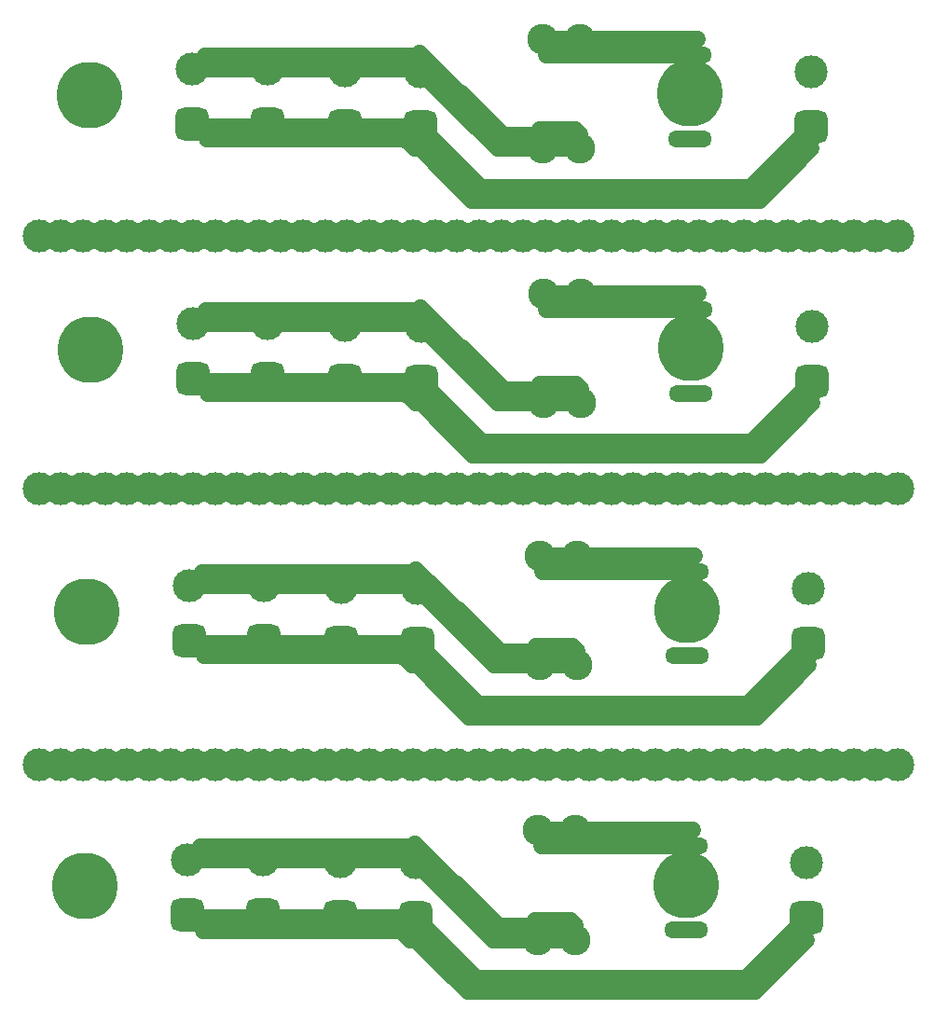
<source format=gbr>
%TF.GenerationSoftware,KiCad,Pcbnew,8.0.6*%
%TF.CreationDate,2024-11-20T17:21:20-05:00*%
%TF.ProjectId,RailsidePDB,5261696c-7369-4646-9550-44422e6b6963,rev?*%
%TF.SameCoordinates,Original*%
%TF.FileFunction,Copper,L2,Bot*%
%TF.FilePolarity,Positive*%
%FSLAX46Y46*%
G04 Gerber Fmt 4.6, Leading zero omitted, Abs format (unit mm)*
G04 Created by KiCad (PCBNEW 8.0.6) date 2024-11-20 17:21:20*
%MOMM*%
%LPD*%
G01*
G04 APERTURE LIST*
G04 Aperture macros list*
%AMRoundRect*
0 Rectangle with rounded corners*
0 $1 Rounding radius*
0 $2 $3 $4 $5 $6 $7 $8 $9 X,Y pos of 4 corners*
0 Add a 4 corners polygon primitive as box body*
4,1,4,$2,$3,$4,$5,$6,$7,$8,$9,$2,$3,0*
0 Add four circle primitives for the rounded corners*
1,1,$1+$1,$2,$3*
1,1,$1+$1,$4,$5*
1,1,$1+$1,$6,$7*
1,1,$1+$1,$8,$9*
0 Add four rect primitives between the rounded corners*
20,1,$1+$1,$2,$3,$4,$5,0*
20,1,$1+$1,$4,$5,$6,$7,0*
20,1,$1+$1,$6,$7,$8,$9,0*
20,1,$1+$1,$8,$9,$2,$3,0*%
G04 Aperture macros list end*
%TA.AperFunction,ComponentPad*%
%ADD10C,3.000000*%
%TD*%
%TA.AperFunction,ComponentPad*%
%ADD11RoundRect,0.750000X0.750000X-0.750000X0.750000X0.750000X-0.750000X0.750000X-0.750000X-0.750000X0*%
%TD*%
%TA.AperFunction,ComponentPad*%
%ADD12C,2.780000*%
%TD*%
%TA.AperFunction,ComponentPad*%
%ADD13O,6.000000X6.000000*%
%TD*%
%TA.AperFunction,ComponentPad*%
%ADD14O,4.000000X1.500000*%
%TD*%
%TA.AperFunction,Conductor*%
%ADD15C,1.500000*%
%TD*%
G04 APERTURE END LIST*
D10*
%TO.P,,2,-*%
%TO.N,Net-(BT4--)*%
X66000000Y-134000000D03*
%TD*%
%TO.P,,2,-*%
%TO.N,Net-(BT4--)*%
X84000000Y-134000000D03*
%TD*%
%TO.P,,2,-*%
%TO.N,Net-(BT4--)*%
X74000000Y-134000000D03*
%TD*%
%TO.P,,2,-*%
%TO.N,Net-(BT4--)*%
X60000000Y-134000000D03*
%TD*%
%TO.P,,2,-*%
%TO.N,Net-(BT4--)*%
X62000000Y-134000000D03*
%TD*%
%TO.P,,2,-*%
%TO.N,Net-(BT4--)*%
X94000000Y-134000000D03*
%TD*%
%TO.P,,2,-*%
%TO.N,Net-(BT4--)*%
X82000000Y-134000000D03*
%TD*%
%TO.P,,2,-*%
%TO.N,Net-(BT4--)*%
X88000000Y-134000000D03*
%TD*%
%TO.P,,2,-*%
%TO.N,Net-(BT4--)*%
X68000000Y-134000000D03*
%TD*%
%TO.P,,2,-*%
%TO.N,Net-(BT4--)*%
X72000000Y-134000000D03*
%TD*%
%TO.P,,2,-*%
%TO.N,Net-(BT4--)*%
X90000000Y-134000000D03*
%TD*%
%TO.P,,2,-*%
%TO.N,Net-(BT4--)*%
X96000000Y-134000000D03*
%TD*%
%TO.P,,2,-*%
%TO.N,Net-(BT4--)*%
X64000000Y-134000000D03*
%TD*%
%TO.P,,2,-*%
%TO.N,Net-(BT4--)*%
X70000000Y-134000000D03*
%TD*%
%TO.P,,2,-*%
%TO.N,Net-(BT4--)*%
X80000000Y-134000000D03*
%TD*%
%TO.P,,2,-*%
%TO.N,Net-(BT4--)*%
X58000000Y-134000000D03*
%TD*%
%TO.P,,2,-*%
%TO.N,Net-(BT4--)*%
X92000000Y-134000000D03*
%TD*%
%TO.P,,2,-*%
%TO.N,Net-(BT4--)*%
X122000000Y-134000000D03*
%TD*%
%TO.P,,2,-*%
%TO.N,Net-(BT4--)*%
X104000000Y-134000000D03*
%TD*%
%TO.P,,2,-*%
%TO.N,Net-(BT4--)*%
X108000000Y-134000000D03*
%TD*%
%TO.P,,2,-*%
%TO.N,Net-(BT4--)*%
X116000000Y-134000000D03*
%TD*%
%TO.P,,2,-*%
%TO.N,Net-(BT4--)*%
X128000000Y-134000000D03*
%TD*%
%TO.P,,2,-*%
%TO.N,Net-(BT4--)*%
X118000000Y-134000000D03*
%TD*%
%TO.P,,2,-*%
%TO.N,Net-(BT4--)*%
X102000000Y-134000000D03*
%TD*%
%TO.P,,2,-*%
%TO.N,Net-(BT4--)*%
X78000000Y-134000000D03*
%TD*%
%TO.P,,2,-*%
%TO.N,Net-(BT4--)*%
X126000000Y-134000000D03*
%TD*%
%TO.P,,2,-*%
%TO.N,Net-(BT4--)*%
X120000000Y-134000000D03*
%TD*%
%TO.P,,2,-*%
%TO.N,Net-(BT4--)*%
X114000000Y-134000000D03*
%TD*%
%TO.P,,2,-*%
%TO.N,Net-(BT4--)*%
X100000000Y-134000000D03*
%TD*%
%TO.P,,2,-*%
%TO.N,Net-(BT4--)*%
X86000000Y-134000000D03*
%TD*%
%TO.P,,2,-*%
%TO.N,Net-(BT4--)*%
X110000000Y-134000000D03*
%TD*%
%TO.P,,2,-*%
%TO.N,Net-(BT4--)*%
X112000000Y-134000000D03*
%TD*%
%TO.P,,2,-*%
%TO.N,Net-(BT4--)*%
X56000000Y-134000000D03*
%TD*%
%TO.P,,2,-*%
%TO.N,Net-(BT4--)*%
X98000000Y-134000000D03*
%TD*%
%TO.P,,2,-*%
%TO.N,Net-(BT4--)*%
X54000000Y-134000000D03*
%TD*%
%TO.P,,2,-*%
%TO.N,Net-(BT4--)*%
X106000000Y-134000000D03*
%TD*%
%TO.P,,2,-*%
%TO.N,Net-(BT4--)*%
X76000000Y-134000000D03*
%TD*%
%TO.P,,2,-*%
%TO.N,Net-(BT4--)*%
X124000000Y-134000000D03*
%TD*%
%TO.P,,2,-*%
%TO.N,Net-(BT4--)*%
X130000000Y-134000000D03*
%TD*%
%TO.P,,2,-*%
%TO.N,Net-(BT4--)*%
X52000000Y-134000000D03*
%TD*%
%TO.P,,2,-*%
%TO.N,Net-(BT4--)*%
X66000000Y-109000000D03*
%TD*%
%TO.P,,2,-*%
%TO.N,Net-(BT4--)*%
X84000000Y-109000000D03*
%TD*%
%TO.P,,2,-*%
%TO.N,Net-(BT4--)*%
X74000000Y-109000000D03*
%TD*%
%TO.P,,2,-*%
%TO.N,Net-(BT4--)*%
X60000000Y-109000000D03*
%TD*%
%TO.P,,2,-*%
%TO.N,Net-(BT4--)*%
X62000000Y-109000000D03*
%TD*%
%TO.P,,2,-*%
%TO.N,Net-(BT4--)*%
X94000000Y-109000000D03*
%TD*%
%TO.P,,2,-*%
%TO.N,Net-(BT4--)*%
X82000000Y-109000000D03*
%TD*%
%TO.P,,2,-*%
%TO.N,Net-(BT4--)*%
X88000000Y-109000000D03*
%TD*%
%TO.P,,2,-*%
%TO.N,Net-(BT4--)*%
X68000000Y-109000000D03*
%TD*%
%TO.P,,2,-*%
%TO.N,Net-(BT4--)*%
X72000000Y-109000000D03*
%TD*%
%TO.P,,2,-*%
%TO.N,Net-(BT4--)*%
X90000000Y-109000000D03*
%TD*%
%TO.P,,2,-*%
%TO.N,Net-(BT4--)*%
X96000000Y-109000000D03*
%TD*%
%TO.P,,2,-*%
%TO.N,Net-(BT4--)*%
X64000000Y-109000000D03*
%TD*%
%TO.P,,2,-*%
%TO.N,Net-(BT4--)*%
X70000000Y-109000000D03*
%TD*%
%TO.P,,2,-*%
%TO.N,Net-(BT4--)*%
X80000000Y-109000000D03*
%TD*%
%TO.P,,2,-*%
%TO.N,Net-(BT4--)*%
X58000000Y-109000000D03*
%TD*%
%TO.P,,2,-*%
%TO.N,Net-(BT4--)*%
X92000000Y-109000000D03*
%TD*%
%TO.P,,2,-*%
%TO.N,Net-(BT4--)*%
X122000000Y-109000000D03*
%TD*%
%TO.P,,2,-*%
%TO.N,Net-(BT4--)*%
X104000000Y-109000000D03*
%TD*%
%TO.P,,2,-*%
%TO.N,Net-(BT4--)*%
X108000000Y-109000000D03*
%TD*%
%TO.P,,2,-*%
%TO.N,Net-(BT4--)*%
X116000000Y-109000000D03*
%TD*%
%TO.P,,2,-*%
%TO.N,Net-(BT4--)*%
X128000000Y-109000000D03*
%TD*%
%TO.P,,2,-*%
%TO.N,Net-(BT4--)*%
X118000000Y-109000000D03*
%TD*%
%TO.P,,2,-*%
%TO.N,Net-(BT4--)*%
X102000000Y-109000000D03*
%TD*%
%TO.P,,2,-*%
%TO.N,Net-(BT4--)*%
X78000000Y-109000000D03*
%TD*%
%TO.P,,2,-*%
%TO.N,Net-(BT4--)*%
X126000000Y-109000000D03*
%TD*%
%TO.P,,2,-*%
%TO.N,Net-(BT4--)*%
X120000000Y-109000000D03*
%TD*%
%TO.P,,2,-*%
%TO.N,Net-(BT4--)*%
X114000000Y-109000000D03*
%TD*%
%TO.P,,2,-*%
%TO.N,Net-(BT4--)*%
X100000000Y-109000000D03*
%TD*%
%TO.P,,2,-*%
%TO.N,Net-(BT4--)*%
X86000000Y-109000000D03*
%TD*%
%TO.P,,2,-*%
%TO.N,Net-(BT4--)*%
X110000000Y-109000000D03*
%TD*%
%TO.P,,2,-*%
%TO.N,Net-(BT4--)*%
X112000000Y-109000000D03*
%TD*%
%TO.P,,2,-*%
%TO.N,Net-(BT4--)*%
X56000000Y-109000000D03*
%TD*%
%TO.P,,2,-*%
%TO.N,Net-(BT4--)*%
X98000000Y-109000000D03*
%TD*%
%TO.P,,2,-*%
%TO.N,Net-(BT4--)*%
X54000000Y-109000000D03*
%TD*%
%TO.P,,2,-*%
%TO.N,Net-(BT4--)*%
X106000000Y-109000000D03*
%TD*%
%TO.P,,2,-*%
%TO.N,Net-(BT4--)*%
X76000000Y-109000000D03*
%TD*%
%TO.P,,2,-*%
%TO.N,Net-(BT4--)*%
X124000000Y-109000000D03*
%TD*%
%TO.P,,2,-*%
%TO.N,Net-(BT4--)*%
X130000000Y-109000000D03*
%TD*%
%TO.P,,2,-*%
%TO.N,Net-(BT4--)*%
X52000000Y-109000000D03*
%TD*%
%TO.P,,2,-*%
%TO.N,Net-(BT4--)*%
X52000000Y-86000000D03*
%TD*%
%TO.P,,2,-*%
%TO.N,Net-(BT4--)*%
X130000000Y-86000000D03*
%TD*%
%TO.P,,2,-*%
%TO.N,Net-(BT4--)*%
X54000000Y-86000000D03*
%TD*%
%TO.P,,2,-*%
%TO.N,Net-(BT4--)*%
X56000000Y-86000000D03*
%TD*%
%TO.P,,2,-*%
%TO.N,Net-(BT4--)*%
X58000000Y-86000000D03*
%TD*%
%TO.P,,2,-*%
%TO.N,Net-(BT4--)*%
X60000000Y-86000000D03*
%TD*%
%TO.P,,2,-*%
%TO.N,Net-(BT4--)*%
X62000000Y-86000000D03*
%TD*%
%TO.P,,2,-*%
%TO.N,Net-(BT4--)*%
X64000000Y-86000000D03*
%TD*%
%TO.P,,2,-*%
%TO.N,Net-(BT4--)*%
X66000000Y-86000000D03*
%TD*%
%TO.P,,2,-*%
%TO.N,Net-(BT4--)*%
X68000000Y-86000000D03*
%TD*%
%TO.P,,2,-*%
%TO.N,Net-(BT4--)*%
X70000000Y-86000000D03*
%TD*%
%TO.P,,2,-*%
%TO.N,Net-(BT4--)*%
X72000000Y-86000000D03*
%TD*%
%TO.P,,2,-*%
%TO.N,Net-(BT4--)*%
X74000000Y-86000000D03*
%TD*%
%TO.P,,2,-*%
%TO.N,Net-(BT4--)*%
X76000000Y-86000000D03*
%TD*%
%TO.P,,2,-*%
%TO.N,Net-(BT4--)*%
X78000000Y-86000000D03*
%TD*%
%TO.P,,2,-*%
%TO.N,Net-(BT4--)*%
X80000000Y-86000000D03*
%TD*%
%TO.P,,2,-*%
%TO.N,Net-(BT4--)*%
X82000000Y-86000000D03*
%TD*%
%TO.P,,2,-*%
%TO.N,Net-(BT4--)*%
X84000000Y-86000000D03*
%TD*%
%TO.P,,2,-*%
%TO.N,Net-(BT4--)*%
X86000000Y-86000000D03*
%TD*%
%TO.P,,2,-*%
%TO.N,Net-(BT4--)*%
X88000000Y-86000000D03*
%TD*%
%TO.P,,2,-*%
%TO.N,Net-(BT4--)*%
X90000000Y-86000000D03*
%TD*%
%TO.P,,2,-*%
%TO.N,Net-(BT4--)*%
X92000000Y-86000000D03*
%TD*%
%TO.P,,2,-*%
%TO.N,Net-(BT4--)*%
X94000000Y-86000000D03*
%TD*%
%TO.P,,2,-*%
%TO.N,Net-(BT4--)*%
X96000000Y-86000000D03*
%TD*%
%TO.P,,2,-*%
%TO.N,Net-(BT4--)*%
X98000000Y-86000000D03*
%TD*%
%TO.P,,2,-*%
%TO.N,Net-(BT4--)*%
X100000000Y-86000000D03*
%TD*%
%TO.P,,2,-*%
%TO.N,Net-(BT4--)*%
X128000000Y-86000000D03*
%TD*%
%TO.P,,2,-*%
%TO.N,Net-(BT4--)*%
X126000000Y-86000000D03*
%TD*%
%TO.P,,2,-*%
%TO.N,Net-(BT4--)*%
X124000000Y-86000000D03*
%TD*%
%TO.P,,2,-*%
%TO.N,Net-(BT4--)*%
X122000000Y-86000000D03*
%TD*%
%TO.P,,2,-*%
%TO.N,Net-(BT4--)*%
X120000000Y-86000000D03*
%TD*%
%TO.P,,2,-*%
%TO.N,Net-(BT4--)*%
X118000000Y-86000000D03*
%TD*%
%TO.P,,2,-*%
%TO.N,Net-(BT4--)*%
X116000000Y-86000000D03*
%TD*%
%TO.P,,2,-*%
%TO.N,Net-(BT4--)*%
X114000000Y-86000000D03*
%TD*%
%TO.P,,2,-*%
%TO.N,Net-(BT4--)*%
X112000000Y-86000000D03*
%TD*%
%TO.P,,2,-*%
%TO.N,Net-(BT4--)*%
X110000000Y-86000000D03*
%TD*%
%TO.P,,2,-*%
%TO.N,Net-(BT4--)*%
X108000000Y-86000000D03*
%TD*%
%TO.P,,2,-*%
%TO.N,Net-(BT4--)*%
X106000000Y-86000000D03*
%TD*%
%TO.P,,2,-*%
%TO.N,Net-(BT4--)*%
X104000000Y-86000000D03*
%TD*%
%TO.P,,2,-*%
%TO.N,Net-(BT4--)*%
X102000000Y-86000000D03*
%TD*%
D11*
%TO.P,BT4,1,+*%
%TO.N,Net-(BT1-+)*%
X121750000Y-147920000D03*
D10*
%TO.P,BT4,2,-*%
%TO.N,Net-(BT4--)*%
X121750000Y-142920000D03*
%TD*%
D11*
%TO.P,BT2,1,+*%
%TO.N,Net-(BT1-+)*%
X79350000Y-147870000D03*
D10*
%TO.P,BT2,2,-*%
%TO.N,Net-(BT1--)*%
X79350000Y-142870000D03*
%TD*%
D12*
%TO.P,F1,1*%
%TO.N,Net-(BT1--)*%
X97350000Y-149920000D03*
X100750000Y-149920000D03*
%TO.P,F1,2*%
%TO.N,Net-(SW1-A)*%
X97350000Y-140000000D03*
X100750000Y-140000000D03*
%TD*%
D11*
%TO.P,BT1,1,+*%
%TO.N,Net-(BT1-+)*%
X86250000Y-147920000D03*
D10*
%TO.P,BT1,2,-*%
%TO.N,Net-(BT1--)*%
X86250000Y-142920000D03*
%TD*%
D11*
%TO.P,BT5,1,+*%
%TO.N,Net-(BT1-+)*%
X65525000Y-147695000D03*
D10*
%TO.P,BT5,2,-*%
%TO.N,Net-(BT1--)*%
X65525000Y-142695000D03*
%TD*%
D13*
%TO.P,,2,B*%
%TO.N,N/C*%
X56190000Y-145060000D03*
%TD*%
%TO.P,,2,B*%
%TO.N,N/C*%
X110750000Y-144920000D03*
%TD*%
D11*
%TO.P,BT3,1,+*%
%TO.N,Net-(BT1-+)*%
X72325000Y-147695000D03*
D10*
%TO.P,BT3,2,-*%
%TO.N,Net-(BT1--)*%
X72325000Y-142695000D03*
%TD*%
D14*
%TO.P,SW1,1,A*%
%TO.N,Net-(SW1-A)*%
X110750000Y-141420000D03*
%TO.P,SW1,2,B*%
%TO.N,Net-(BT4--)*%
X110750000Y-149040000D03*
%TD*%
D11*
%TO.P,BT4,1,+*%
%TO.N,Net-(BT1-+)*%
X121875000Y-123000000D03*
D10*
%TO.P,BT4,2,-*%
%TO.N,Net-(BT4--)*%
X121875000Y-118000000D03*
%TD*%
D11*
%TO.P,BT2,1,+*%
%TO.N,Net-(BT1-+)*%
X79475000Y-122950000D03*
D10*
%TO.P,BT2,2,-*%
%TO.N,Net-(BT1--)*%
X79475000Y-117950000D03*
%TD*%
D12*
%TO.P,F1,1*%
%TO.N,Net-(BT1--)*%
X97475000Y-125000000D03*
X100875000Y-125000000D03*
%TO.P,F1,2*%
%TO.N,Net-(SW1-A)*%
X97475000Y-115080000D03*
X100875000Y-115080000D03*
%TD*%
D11*
%TO.P,BT1,1,+*%
%TO.N,Net-(BT1-+)*%
X86375000Y-123000000D03*
D10*
%TO.P,BT1,2,-*%
%TO.N,Net-(BT1--)*%
X86375000Y-118000000D03*
%TD*%
D11*
%TO.P,BT5,1,+*%
%TO.N,Net-(BT1-+)*%
X65650000Y-122775000D03*
D10*
%TO.P,BT5,2,-*%
%TO.N,Net-(BT1--)*%
X65650000Y-117775000D03*
%TD*%
D13*
%TO.P,,2,B*%
%TO.N,N/C*%
X56315000Y-120140000D03*
%TD*%
%TO.P,,2,B*%
%TO.N,N/C*%
X110875000Y-120000000D03*
%TD*%
D11*
%TO.P,BT3,1,+*%
%TO.N,Net-(BT1-+)*%
X72450000Y-122775000D03*
D10*
%TO.P,BT3,2,-*%
%TO.N,Net-(BT1--)*%
X72450000Y-117775000D03*
%TD*%
D14*
%TO.P,SW1,1,A*%
%TO.N,Net-(SW1-A)*%
X110875000Y-116500000D03*
%TO.P,SW1,2,B*%
%TO.N,Net-(BT4--)*%
X110875000Y-124120000D03*
%TD*%
D11*
%TO.P,BT4,1,+*%
%TO.N,Net-(BT1-+)*%
X122225000Y-99225000D03*
D10*
%TO.P,BT4,2,-*%
%TO.N,Net-(BT4--)*%
X122225000Y-94225000D03*
%TD*%
D11*
%TO.P,BT2,1,+*%
%TO.N,Net-(BT1-+)*%
X79825000Y-99175000D03*
D10*
%TO.P,BT2,2,-*%
%TO.N,Net-(BT1--)*%
X79825000Y-94175000D03*
%TD*%
D12*
%TO.P,F1,1*%
%TO.N,Net-(BT1--)*%
X97825000Y-101225000D03*
X101225000Y-101225000D03*
%TO.P,F1,2*%
%TO.N,Net-(SW1-A)*%
X97825000Y-91305000D03*
X101225000Y-91305000D03*
%TD*%
D11*
%TO.P,BT1,1,+*%
%TO.N,Net-(BT1-+)*%
X86725000Y-99225000D03*
D10*
%TO.P,BT1,2,-*%
%TO.N,Net-(BT1--)*%
X86725000Y-94225000D03*
%TD*%
D11*
%TO.P,BT5,1,+*%
%TO.N,Net-(BT1-+)*%
X66000000Y-99000000D03*
D10*
%TO.P,BT5,2,-*%
%TO.N,Net-(BT1--)*%
X66000000Y-94000000D03*
%TD*%
D13*
%TO.P,,2,B*%
%TO.N,N/C*%
X56665000Y-96365000D03*
%TD*%
%TO.P,,2,B*%
%TO.N,N/C*%
X111225000Y-96225000D03*
%TD*%
D11*
%TO.P,BT3,1,+*%
%TO.N,Net-(BT1-+)*%
X72800000Y-99000000D03*
D10*
%TO.P,BT3,2,-*%
%TO.N,Net-(BT1--)*%
X72800000Y-94000000D03*
%TD*%
D14*
%TO.P,SW1,1,A*%
%TO.N,Net-(SW1-A)*%
X111225000Y-92725000D03*
%TO.P,SW1,2,B*%
%TO.N,Net-(BT4--)*%
X111225000Y-100345000D03*
%TD*%
D13*
%TO.P,,2,B*%
%TO.N,N/C*%
X56600000Y-73250000D03*
%TD*%
D14*
%TO.P,SW1,2,B*%
%TO.N,Net-(BT4--)*%
X111160000Y-77230000D03*
%TO.P,SW1,1,A*%
%TO.N,Net-(SW1-A)*%
X111160000Y-69610000D03*
%TD*%
D13*
%TO.P,,2,B*%
%TO.N,N/C*%
X111160000Y-73110000D03*
%TD*%
D12*
%TO.P,F1,1*%
%TO.N,Net-(BT1--)*%
X97760000Y-78110000D03*
X101160000Y-78110000D03*
%TO.P,F1,2*%
%TO.N,Net-(SW1-A)*%
X97760000Y-68190000D03*
X101160000Y-68190000D03*
%TD*%
D10*
%TO.P,BT5,2,-*%
%TO.N,Net-(BT1--)*%
X65935000Y-70885000D03*
D11*
%TO.P,BT5,1,+*%
%TO.N,Net-(BT1-+)*%
X65935000Y-75885000D03*
%TD*%
D10*
%TO.P,BT4,2,-*%
%TO.N,Net-(BT4--)*%
X122160000Y-71110000D03*
D11*
%TO.P,BT4,1,+*%
%TO.N,Net-(BT1-+)*%
X122160000Y-76110000D03*
%TD*%
D10*
%TO.P,BT3,2,-*%
%TO.N,Net-(BT1--)*%
X72735000Y-70885000D03*
D11*
%TO.P,BT3,1,+*%
%TO.N,Net-(BT1-+)*%
X72735000Y-75885000D03*
%TD*%
D10*
%TO.P,BT2,2,-*%
%TO.N,Net-(BT1--)*%
X79760000Y-71060000D03*
D11*
%TO.P,BT2,1,+*%
%TO.N,Net-(BT1-+)*%
X79760000Y-76060000D03*
%TD*%
D10*
%TO.P,BT1,2,-*%
%TO.N,Net-(BT1--)*%
X86660000Y-71110000D03*
D11*
%TO.P,BT1,1,+*%
%TO.N,Net-(BT1-+)*%
X86660000Y-76110000D03*
%TD*%
D15*
%TO.N,Net-(SW1-A)*%
X100750000Y-140000000D02*
X111405000Y-140000000D01*
%TO.N,Net-(BT1-+)*%
X116250000Y-153420000D02*
X118250000Y-153420000D01*
X118250000Y-153420000D02*
X91750000Y-153420000D01*
X121750000Y-147920000D02*
X116250000Y-153420000D01*
X85750000Y-149920000D02*
X83750000Y-147920000D01*
X92940000Y-154610000D02*
X90940000Y-154610000D01*
%TO.N,Net-(BT1--)*%
X93250000Y-149920000D02*
X86250000Y-142920000D01*
X100750000Y-149920000D02*
X93250000Y-149920000D01*
%TO.N,Net-(BT1-+)*%
X86250000Y-147920000D02*
X65750000Y-147920000D01*
%TO.N,Net-(BT1--)*%
X89975000Y-144895000D02*
X93800000Y-148720000D01*
X86150000Y-141245000D02*
X89800000Y-144895000D01*
X93800000Y-148720000D02*
X99775000Y-148720000D01*
X65525000Y-142695000D02*
X86025000Y-142695000D01*
X66700000Y-141520000D02*
X85875000Y-141520000D01*
%TO.N,Net-(BT1-+)*%
X85400000Y-149070000D02*
X66900000Y-149070000D01*
X83750000Y-147920000D02*
X86250000Y-147920000D01*
%TO.N,Net-(SW1-A)*%
X102170000Y-141420000D02*
X97650000Y-141420000D01*
%TO.N,Net-(BT1--)*%
X97050000Y-148170000D02*
X100325000Y-148170000D01*
%TO.N,Net-(SW1-A)*%
X97350000Y-140000000D02*
X100750000Y-140000000D01*
%TO.N,Net-(BT1--)*%
X97700000Y-149045000D02*
X99275000Y-149045000D01*
%TO.N,Net-(BT1-+)*%
X121750000Y-149920000D02*
X118250000Y-153420000D01*
%TO.N,Net-(SW1-A)*%
X110750000Y-141420000D02*
X102170000Y-141420000D01*
%TO.N,Net-(BT1--)*%
X99775000Y-148720000D02*
X100325000Y-148170000D01*
X100325000Y-148170000D02*
X100750000Y-148595000D01*
%TO.N,Net-(BT1-+)*%
X90940000Y-154610000D02*
X86250000Y-149920000D01*
X118250000Y-153420000D02*
X117060000Y-154610000D01*
X92940000Y-154610000D02*
X86250000Y-147920000D01*
X117060000Y-154610000D02*
X92940000Y-154610000D01*
%TO.N,Net-(SW1-A)*%
X100875000Y-115080000D02*
X111530000Y-115080000D01*
%TO.N,Net-(BT1-+)*%
X116375000Y-128500000D02*
X118375000Y-128500000D01*
X118375000Y-128500000D02*
X91875000Y-128500000D01*
X121875000Y-123000000D02*
X116375000Y-128500000D01*
X85875000Y-125000000D02*
X83875000Y-123000000D01*
X93065000Y-129690000D02*
X91065000Y-129690000D01*
%TO.N,Net-(BT1--)*%
X93375000Y-125000000D02*
X86375000Y-118000000D01*
X100875000Y-125000000D02*
X93375000Y-125000000D01*
%TO.N,Net-(BT1-+)*%
X86375000Y-123000000D02*
X65875000Y-123000000D01*
%TO.N,Net-(BT1--)*%
X90100000Y-119975000D02*
X93925000Y-123800000D01*
X86275000Y-116325000D02*
X89925000Y-119975000D01*
X93925000Y-123800000D02*
X99900000Y-123800000D01*
X65650000Y-117775000D02*
X86150000Y-117775000D01*
X66825000Y-116600000D02*
X86000000Y-116600000D01*
%TO.N,Net-(BT1-+)*%
X85525000Y-124150000D02*
X67025000Y-124150000D01*
X83875000Y-123000000D02*
X86375000Y-123000000D01*
%TO.N,Net-(SW1-A)*%
X102295000Y-116500000D02*
X97775000Y-116500000D01*
%TO.N,Net-(BT1--)*%
X97175000Y-123250000D02*
X100450000Y-123250000D01*
%TO.N,Net-(SW1-A)*%
X97475000Y-115080000D02*
X100875000Y-115080000D01*
%TO.N,Net-(BT1--)*%
X97825000Y-124125000D02*
X99400000Y-124125000D01*
%TO.N,Net-(BT1-+)*%
X121875000Y-125000000D02*
X118375000Y-128500000D01*
%TO.N,Net-(SW1-A)*%
X110875000Y-116500000D02*
X102295000Y-116500000D01*
%TO.N,Net-(BT1--)*%
X99900000Y-123800000D02*
X100450000Y-123250000D01*
X100450000Y-123250000D02*
X100875000Y-123675000D01*
%TO.N,Net-(BT1-+)*%
X91065000Y-129690000D02*
X86375000Y-125000000D01*
X118375000Y-128500000D02*
X117185000Y-129690000D01*
X93065000Y-129690000D02*
X86375000Y-123000000D01*
X117185000Y-129690000D02*
X93065000Y-129690000D01*
%TO.N,Net-(SW1-A)*%
X101225000Y-91305000D02*
X111880000Y-91305000D01*
%TO.N,Net-(BT1-+)*%
X116725000Y-104725000D02*
X118725000Y-104725000D01*
X118725000Y-104725000D02*
X92225000Y-104725000D01*
X122225000Y-99225000D02*
X116725000Y-104725000D01*
X86225000Y-101225000D02*
X84225000Y-99225000D01*
X93415000Y-105915000D02*
X91415000Y-105915000D01*
%TO.N,Net-(BT1--)*%
X93725000Y-101225000D02*
X86725000Y-94225000D01*
X101225000Y-101225000D02*
X93725000Y-101225000D01*
%TO.N,Net-(BT1-+)*%
X86725000Y-99225000D02*
X66225000Y-99225000D01*
%TO.N,Net-(BT1--)*%
X90450000Y-96200000D02*
X94275000Y-100025000D01*
X86625000Y-92550000D02*
X90275000Y-96200000D01*
X94275000Y-100025000D02*
X100250000Y-100025000D01*
X66000000Y-94000000D02*
X86500000Y-94000000D01*
X67175000Y-92825000D02*
X86350000Y-92825000D01*
%TO.N,Net-(BT1-+)*%
X85875000Y-100375000D02*
X67375000Y-100375000D01*
X84225000Y-99225000D02*
X86725000Y-99225000D01*
%TO.N,Net-(SW1-A)*%
X102645000Y-92725000D02*
X98125000Y-92725000D01*
%TO.N,Net-(BT1--)*%
X97525000Y-99475000D02*
X100800000Y-99475000D01*
%TO.N,Net-(SW1-A)*%
X97825000Y-91305000D02*
X101225000Y-91305000D01*
%TO.N,Net-(BT1--)*%
X98175000Y-100350000D02*
X99750000Y-100350000D01*
%TO.N,Net-(BT1-+)*%
X122225000Y-101225000D02*
X118725000Y-104725000D01*
%TO.N,Net-(SW1-A)*%
X111225000Y-92725000D02*
X102645000Y-92725000D01*
%TO.N,Net-(BT1--)*%
X100250000Y-100025000D02*
X100800000Y-99475000D01*
X100800000Y-99475000D02*
X101225000Y-99900000D01*
%TO.N,Net-(BT1-+)*%
X91415000Y-105915000D02*
X86725000Y-101225000D01*
X118725000Y-104725000D02*
X117535000Y-105915000D01*
X93415000Y-105915000D02*
X86725000Y-99225000D01*
X117535000Y-105915000D02*
X93415000Y-105915000D01*
%TO.N,Net-(SW1-A)*%
X97760000Y-68190000D02*
X101160000Y-68190000D01*
%TO.N,Net-(BT1-+)*%
X118660000Y-81610000D02*
X92160000Y-81610000D01*
X91350000Y-82800000D02*
X86660000Y-78110000D01*
X93350000Y-82800000D02*
X91350000Y-82800000D01*
X122160000Y-76110000D02*
X116660000Y-81610000D01*
X116660000Y-81610000D02*
X118660000Y-81610000D01*
X117470000Y-82800000D02*
X93350000Y-82800000D01*
X118660000Y-81610000D02*
X117470000Y-82800000D01*
X93350000Y-82800000D02*
X86660000Y-76110000D01*
X85810000Y-77260000D02*
X67310000Y-77260000D01*
X86660000Y-76110000D02*
X66160000Y-76110000D01*
%TO.N,Net-(BT1--)*%
X65935000Y-70885000D02*
X86435000Y-70885000D01*
X100185000Y-76910000D02*
X100735000Y-76360000D01*
X90385000Y-73085000D02*
X94210000Y-76910000D01*
X86560000Y-69435000D02*
X90210000Y-73085000D01*
X67110000Y-69710000D02*
X86285000Y-69710000D01*
X94210000Y-76910000D02*
X100185000Y-76910000D01*
X93660000Y-78110000D02*
X86660000Y-71110000D01*
X101160000Y-78110000D02*
X93660000Y-78110000D01*
X98110000Y-77235000D02*
X99685000Y-77235000D01*
X100735000Y-76360000D02*
X101160000Y-76785000D01*
X97460000Y-76360000D02*
X100735000Y-76360000D01*
%TO.N,Net-(SW1-A)*%
X102580000Y-69610000D02*
X98060000Y-69610000D01*
X101160000Y-68190000D02*
X111815000Y-68190000D01*
%TO.N,Net-(BT1-+)*%
X86160000Y-78110000D02*
X84160000Y-76110000D01*
X122160000Y-78110000D02*
X118660000Y-81610000D01*
X84160000Y-76110000D02*
X86660000Y-76110000D01*
%TO.N,Net-(SW1-A)*%
X111160000Y-69610000D02*
X102580000Y-69610000D01*
%TD*%
M02*

</source>
